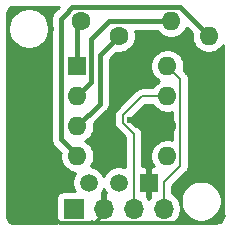
<source format=gbl>
G04 #@! TF.GenerationSoftware,KiCad,Pcbnew,(5.1.6-0-10_14)*
G04 #@! TF.CreationDate,2021-08-16T11:45:39+01:00*
G04 #@! TF.ProjectId,VR-Conditioner-MAX9926+reg,56522d43-6f6e-4646-9974-696f6e65722d,3.7*
G04 #@! TF.SameCoordinates,PX68c4118PY713e7a8*
G04 #@! TF.FileFunction,Copper,L2,Bot*
G04 #@! TF.FilePolarity,Positive*
%FSLAX46Y46*%
G04 Gerber Fmt 4.6, Leading zero omitted, Abs format (unit mm)*
G04 Created by KiCad (PCBNEW (5.1.6-0-10_14)) date 2021-08-16 11:45:39*
%MOMM*%
%LPD*%
G01*
G04 APERTURE LIST*
G04 #@! TA.AperFunction,ComponentPad*
%ADD10O,1.700000X1.700000*%
G04 #@! TD*
G04 #@! TA.AperFunction,ComponentPad*
%ADD11R,1.700000X1.700000*%
G04 #@! TD*
G04 #@! TA.AperFunction,ComponentPad*
%ADD12R,1.500000X1.500000*%
G04 #@! TD*
G04 #@! TA.AperFunction,ComponentPad*
%ADD13C,1.500000*%
G04 #@! TD*
G04 #@! TA.AperFunction,ComponentPad*
%ADD14O,1.600000X1.600000*%
G04 #@! TD*
G04 #@! TA.AperFunction,ComponentPad*
%ADD15C,1.600000*%
G04 #@! TD*
G04 #@! TA.AperFunction,ComponentPad*
%ADD16R,1.600000X1.600000*%
G04 #@! TD*
G04 #@! TA.AperFunction,ViaPad*
%ADD17C,0.600000*%
G04 #@! TD*
G04 #@! TA.AperFunction,Conductor*
%ADD18C,0.300000*%
G04 #@! TD*
G04 #@! TA.AperFunction,Conductor*
%ADD19C,0.400000*%
G04 #@! TD*
G04 #@! TA.AperFunction,Conductor*
%ADD20C,0.200000*%
G04 #@! TD*
G04 #@! TA.AperFunction,Conductor*
%ADD21C,0.254000*%
G04 #@! TD*
G04 APERTURE END LIST*
D10*
G04 #@! TO.P,J2,4*
G04 #@! TO.N,/COUT1*
X16510000Y4445000D03*
G04 #@! TO.P,J2,3*
G04 #@! TO.N,/COUT2*
X13970000Y4445000D03*
G04 #@! TO.P,J2,2*
G04 #@! TO.N,GND*
X11430000Y4445000D03*
D11*
G04 #@! TO.P,J2,1*
G04 #@! TO.N,+12V*
X8890000Y4445000D03*
G04 #@! TD*
D12*
G04 #@! TO.P,U2,1*
G04 #@! TO.N,GND*
X15240000Y6650000D03*
D13*
G04 #@! TO.P,U2,3*
G04 #@! TO.N,+12V*
X10160000Y6650000D03*
G04 #@! TO.P,U2,2*
G04 #@! TO.N,VCC*
X12700000Y6650000D03*
G04 #@! TD*
D14*
G04 #@! TO.P,R23,2*
G04 #@! TO.N,Net-(J1-Pad4)*
X20320000Y19050000D03*
D15*
G04 #@! TO.P,R23,1*
G04 #@! TO.N,Net-(J1-Pad3)*
X12700000Y19050000D03*
G04 #@! TD*
D14*
G04 #@! TO.P,R13,2*
G04 #@! TO.N,Net-(J1-Pad2)*
X17145000Y20320000D03*
D15*
G04 #@! TO.P,R13,1*
G04 #@! TO.N,Net-(J1-Pad1)*
X9525000Y20320000D03*
G04 #@! TD*
D14*
G04 #@! TO.P,J1,8*
G04 #@! TO.N,/COUT1*
X16827500Y16510000D03*
G04 #@! TO.P,J1,4*
G04 #@! TO.N,Net-(J1-Pad4)*
X9207500Y8890000D03*
G04 #@! TO.P,J1,7*
G04 #@! TO.N,/COUT2*
X16827500Y13970000D03*
G04 #@! TO.P,J1,3*
G04 #@! TO.N,Net-(J1-Pad3)*
X9207500Y11430000D03*
G04 #@! TO.P,J1,6*
G04 #@! TO.N,GND*
X16827500Y11430000D03*
G04 #@! TO.P,J1,2*
G04 #@! TO.N,Net-(J1-Pad2)*
X9207500Y13970000D03*
G04 #@! TO.P,J1,5*
G04 #@! TO.N,VCC*
X16827500Y8890000D03*
D16*
G04 #@! TO.P,J1,1*
G04 #@! TO.N,Net-(J1-Pad1)*
X9207500Y16510000D03*
G04 #@! TD*
D17*
G04 #@! TO.N,GND*
X13652500Y11972990D03*
X19685000Y6985000D03*
X6985000Y19685000D03*
X7089999Y3914999D03*
X18415000Y19050000D03*
X5169010Y11138010D03*
G04 #@! TD*
D18*
G04 #@! TO.N,GND*
X16827500Y11430000D02*
X14195490Y11430000D01*
X14195490Y11430000D02*
X13652500Y11972990D01*
X13652500Y12065000D02*
X13652500Y12065000D01*
X6985000Y19685000D02*
X6985000Y19685000D01*
X6985000Y4019998D02*
X6985000Y19685000D01*
X7089999Y3914999D02*
X6985000Y4019998D01*
X10725001Y3244999D02*
X11430000Y3949998D01*
X11430000Y3949998D02*
X11430000Y4445000D01*
X7089999Y3914999D02*
X7759999Y3244999D01*
X10229999Y3244999D02*
X21024999Y3244999D01*
X7759999Y3244999D02*
X10229999Y3244999D01*
X10229999Y3244999D02*
X10725001Y3244999D01*
X21024999Y3244999D02*
X21590000Y3810000D01*
D19*
G04 #@! TO.N,Net-(J1-Pad4)*
X17889999Y21480001D02*
X20320000Y19050000D01*
X8780001Y21480001D02*
X17889999Y21480001D01*
X8128000Y20828000D02*
X8780001Y21480001D01*
X7793499Y10304001D02*
X8477250Y9620250D01*
X7793499Y11031999D02*
X7793499Y10304001D01*
X8477250Y9620250D02*
X8047499Y10050001D01*
X9207500Y8890000D02*
X8477250Y9620250D01*
X7793499Y11031999D02*
X7793499Y20429999D01*
X7793499Y11031999D02*
X7793499Y19067001D01*
X7793499Y20493499D02*
X8128000Y20828000D01*
G04 #@! TO.N,Net-(J1-Pad3)*
X9207500Y11430000D02*
X11112500Y13335000D01*
X11112500Y13335000D02*
X11112500Y17145000D01*
X11112500Y17462500D02*
X11112500Y17145000D01*
X12700000Y19050000D02*
X11112500Y17462500D01*
G04 #@! TO.N,Net-(J1-Pad2)*
X10367501Y18813001D02*
X10367501Y15130001D01*
X10367501Y15130001D02*
X9207500Y13970000D01*
X11874500Y20320000D02*
X10367501Y18813001D01*
X17145000Y20320000D02*
X11874500Y20320000D01*
G04 #@! TO.N,Net-(J1-Pad1)*
X9207500Y20002500D02*
X9525000Y20320000D01*
X9207500Y18478500D02*
X9207500Y20002500D01*
X9207500Y16510000D02*
X9207500Y18478500D01*
X9207500Y18478500D02*
X9207500Y19685000D01*
D20*
G04 #@! TO.N,/COUT1*
X17927501Y15409999D02*
X16827500Y16510000D01*
X17927501Y8085001D02*
X17927501Y15409999D01*
X17716500Y7874000D02*
X17927501Y8085001D01*
X16573500Y6731000D02*
X17716500Y7874000D01*
X16827500Y6985000D02*
X17716500Y7874000D01*
X16510000Y6667500D02*
X16573500Y6731000D01*
X16510000Y4445000D02*
X16510000Y6667500D01*
G04 #@! TO.N,/COUT2*
X14669498Y13970000D02*
X16827500Y13970000D01*
X13052499Y12353001D02*
X14669498Y13970000D01*
X13052499Y11684989D02*
X13052499Y12353001D01*
X13970000Y4445000D02*
X13970000Y10767488D01*
X13970000Y10767488D02*
X13162494Y11574994D01*
X13162494Y11574994D02*
X13052499Y11684989D01*
G04 #@! TD*
D21*
G04 #@! TO.N,GND*
G36*
X7566576Y21447443D02*
G01*
X7566571Y21447439D01*
X7174061Y21054928D01*
X7095863Y20959644D01*
X7018327Y20814585D01*
X6970581Y20657187D01*
X6954459Y20493499D01*
X6958500Y20452470D01*
X6958499Y11073018D01*
X6958499Y10345019D01*
X6954459Y10304001D01*
X6958499Y10262983D01*
X6958499Y10262982D01*
X6968477Y10161680D01*
X6970581Y10140313D01*
X7018327Y9982915D01*
X7095863Y9837856D01*
X7095864Y9837855D01*
X7200209Y9710710D01*
X7232072Y9684560D01*
X7791214Y9125417D01*
X7772500Y9031335D01*
X7772500Y8748665D01*
X7827647Y8471426D01*
X7935820Y8210273D01*
X8092863Y7975241D01*
X8292741Y7775363D01*
X8527773Y7618320D01*
X8788926Y7510147D01*
X9036149Y7460971D01*
X8932629Y7306043D01*
X8828225Y7053989D01*
X8775000Y6786411D01*
X8775000Y6513589D01*
X8828225Y6246011D01*
X8932629Y5993957D01*
X8973311Y5933072D01*
X8040000Y5933072D01*
X7915518Y5920812D01*
X7795820Y5884502D01*
X7685506Y5825537D01*
X7588815Y5746185D01*
X7509463Y5649494D01*
X7450498Y5539180D01*
X7414188Y5419482D01*
X7401928Y5295000D01*
X7401928Y3595000D01*
X7414188Y3470518D01*
X7450498Y3350820D01*
X7504388Y3250000D01*
X3844720Y3250000D01*
X3701891Y3264005D01*
X3597901Y3295401D01*
X3501987Y3346399D01*
X3417801Y3415059D01*
X3348561Y3498757D01*
X3296895Y3594311D01*
X3264773Y3698078D01*
X3250000Y3838641D01*
X3250000Y19855883D01*
X3345000Y19855883D01*
X3345000Y19514117D01*
X3411675Y19178919D01*
X3542463Y18863169D01*
X3732337Y18579002D01*
X3974002Y18337337D01*
X4258169Y18147463D01*
X4573919Y18016675D01*
X4909117Y17950000D01*
X5250883Y17950000D01*
X5586081Y18016675D01*
X5901831Y18147463D01*
X6185998Y18337337D01*
X6427663Y18579002D01*
X6617537Y18863169D01*
X6748325Y19178919D01*
X6815000Y19514117D01*
X6815000Y19855883D01*
X6748325Y20191081D01*
X6617537Y20506831D01*
X6427663Y20790998D01*
X6185998Y21032663D01*
X5901831Y21222537D01*
X5586081Y21353325D01*
X5250883Y21420000D01*
X4909117Y21420000D01*
X4573919Y21353325D01*
X4258169Y21222537D01*
X3974002Y21032663D01*
X3732337Y20790998D01*
X3542463Y20506831D01*
X3411675Y20191081D01*
X3345000Y19855883D01*
X3250000Y19855883D01*
X3250000Y20920280D01*
X3264005Y21063109D01*
X3295402Y21167101D01*
X3346399Y21263014D01*
X3415055Y21347194D01*
X3498758Y21416440D01*
X3594311Y21468105D01*
X3698078Y21500227D01*
X3838641Y21515000D01*
X7634133Y21515000D01*
X7566576Y21447443D01*
G37*
X7566576Y21447443D02*
X7566571Y21447439D01*
X7174061Y21054928D01*
X7095863Y20959644D01*
X7018327Y20814585D01*
X6970581Y20657187D01*
X6954459Y20493499D01*
X6958500Y20452470D01*
X6958499Y11073018D01*
X6958499Y10345019D01*
X6954459Y10304001D01*
X6958499Y10262983D01*
X6958499Y10262982D01*
X6968477Y10161680D01*
X6970581Y10140313D01*
X7018327Y9982915D01*
X7095863Y9837856D01*
X7095864Y9837855D01*
X7200209Y9710710D01*
X7232072Y9684560D01*
X7791214Y9125417D01*
X7772500Y9031335D01*
X7772500Y8748665D01*
X7827647Y8471426D01*
X7935820Y8210273D01*
X8092863Y7975241D01*
X8292741Y7775363D01*
X8527773Y7618320D01*
X8788926Y7510147D01*
X9036149Y7460971D01*
X8932629Y7306043D01*
X8828225Y7053989D01*
X8775000Y6786411D01*
X8775000Y6513589D01*
X8828225Y6246011D01*
X8932629Y5993957D01*
X8973311Y5933072D01*
X8040000Y5933072D01*
X7915518Y5920812D01*
X7795820Y5884502D01*
X7685506Y5825537D01*
X7588815Y5746185D01*
X7509463Y5649494D01*
X7450498Y5539180D01*
X7414188Y5419482D01*
X7401928Y5295000D01*
X7401928Y3595000D01*
X7414188Y3470518D01*
X7450498Y3350820D01*
X7504388Y3250000D01*
X3844720Y3250000D01*
X3701891Y3264005D01*
X3597901Y3295401D01*
X3501987Y3346399D01*
X3417801Y3415059D01*
X3348561Y3498757D01*
X3296895Y3594311D01*
X3264773Y3698078D01*
X3250000Y3838641D01*
X3250000Y19855883D01*
X3345000Y19855883D01*
X3345000Y19514117D01*
X3411675Y19178919D01*
X3542463Y18863169D01*
X3732337Y18579002D01*
X3974002Y18337337D01*
X4258169Y18147463D01*
X4573919Y18016675D01*
X4909117Y17950000D01*
X5250883Y17950000D01*
X5586081Y18016675D01*
X5901831Y18147463D01*
X6185998Y18337337D01*
X6427663Y18579002D01*
X6617537Y18863169D01*
X6748325Y19178919D01*
X6815000Y19514117D01*
X6815000Y19855883D01*
X6748325Y20191081D01*
X6617537Y20506831D01*
X6427663Y20790998D01*
X6185998Y21032663D01*
X5901831Y21222537D01*
X5586081Y21353325D01*
X5250883Y21420000D01*
X4909117Y21420000D01*
X4573919Y21353325D01*
X4258169Y21222537D01*
X3974002Y21032663D01*
X3732337Y20790998D01*
X3542463Y20506831D01*
X3411675Y20191081D01*
X3345000Y19855883D01*
X3250000Y19855883D01*
X3250000Y20920280D01*
X3264005Y21063109D01*
X3295402Y21167101D01*
X3346399Y21263014D01*
X3415055Y21347194D01*
X3498758Y21416440D01*
X3594311Y21468105D01*
X3698078Y21500227D01*
X3838641Y21515000D01*
X7634133Y21515000D01*
X7566576Y21447443D01*
G36*
X10429731Y3347412D02*
G01*
X10560329Y3250000D01*
X10275612Y3250000D01*
X10329502Y3350820D01*
X10353966Y3431466D01*
X10429731Y3347412D01*
G37*
X10429731Y3347412D02*
X10560329Y3250000D01*
X10275612Y3250000D01*
X10329502Y3350820D01*
X10353966Y3431466D01*
X10429731Y3347412D01*
G36*
X18903714Y19285418D02*
G01*
X18885000Y19191335D01*
X18885000Y18908665D01*
X18940147Y18631426D01*
X19048320Y18370273D01*
X19205363Y18135241D01*
X19405241Y17935363D01*
X19640273Y17778320D01*
X19901426Y17670147D01*
X20178665Y17615000D01*
X20461335Y17615000D01*
X20738574Y17670147D01*
X20999727Y17778320D01*
X21234759Y17935363D01*
X21434637Y18135241D01*
X21515000Y18255513D01*
X21515001Y3844730D01*
X21500995Y3701891D01*
X21469599Y3597901D01*
X21418601Y3501987D01*
X21349941Y3417801D01*
X21266243Y3348561D01*
X21170689Y3296895D01*
X21066922Y3264773D01*
X20926359Y3250000D01*
X17394485Y3250000D01*
X17456632Y3291525D01*
X17663475Y3498368D01*
X17825990Y3741589D01*
X17937932Y4011842D01*
X17995000Y4298740D01*
X17995000Y4591260D01*
X17937932Y4878158D01*
X17825990Y5148411D01*
X17757521Y5250883D01*
X17950000Y5250883D01*
X17950000Y4909117D01*
X18016675Y4573919D01*
X18147463Y4258169D01*
X18337337Y3974002D01*
X18579002Y3732337D01*
X18863169Y3542463D01*
X19178919Y3411675D01*
X19514117Y3345000D01*
X19855883Y3345000D01*
X20191081Y3411675D01*
X20506831Y3542463D01*
X20790998Y3732337D01*
X21032663Y3974002D01*
X21222537Y4258169D01*
X21353325Y4573919D01*
X21420000Y4909117D01*
X21420000Y5250883D01*
X21353325Y5586081D01*
X21222537Y5901831D01*
X21032663Y6185998D01*
X20790998Y6427663D01*
X20506831Y6617537D01*
X20191081Y6748325D01*
X19855883Y6815000D01*
X19514117Y6815000D01*
X19178919Y6748325D01*
X18863169Y6617537D01*
X18579002Y6427663D01*
X18337337Y6185998D01*
X18147463Y5901831D01*
X18016675Y5586081D01*
X17950000Y5250883D01*
X17757521Y5250883D01*
X17663475Y5391632D01*
X17456632Y5598475D01*
X17245000Y5739883D01*
X17245000Y6363054D01*
X18261753Y7379806D01*
X18261758Y7379812D01*
X18421693Y7539747D01*
X18449738Y7562763D01*
X18541588Y7674681D01*
X18609838Y7802368D01*
X18651866Y7940916D01*
X18662501Y8048896D01*
X18662501Y8048905D01*
X18666056Y8085000D01*
X18662501Y8121095D01*
X18662501Y15373905D01*
X18666056Y15410000D01*
X18662501Y15446095D01*
X18662501Y15446104D01*
X18651866Y15554084D01*
X18609838Y15692632D01*
X18541588Y15820319D01*
X18449739Y15932237D01*
X18421694Y15955253D01*
X18220322Y16156625D01*
X18262500Y16368665D01*
X18262500Y16651335D01*
X18207353Y16928574D01*
X18099180Y17189727D01*
X17942137Y17424759D01*
X17742259Y17624637D01*
X17507227Y17781680D01*
X17246074Y17889853D01*
X16968835Y17945000D01*
X16686165Y17945000D01*
X16408926Y17889853D01*
X16147773Y17781680D01*
X15912741Y17624637D01*
X15712863Y17424759D01*
X15555820Y17189727D01*
X15447647Y16928574D01*
X15392500Y16651335D01*
X15392500Y16368665D01*
X15447647Y16091426D01*
X15555820Y15830273D01*
X15712863Y15595241D01*
X15912741Y15395363D01*
X16145259Y15240000D01*
X15912741Y15084637D01*
X15712863Y14884759D01*
X15592752Y14705000D01*
X14705603Y14705000D01*
X14669498Y14708556D01*
X14633393Y14705000D01*
X14525413Y14694365D01*
X14386865Y14652337D01*
X14259178Y14584087D01*
X14147260Y14492238D01*
X14124244Y14464193D01*
X12558307Y12898255D01*
X12530262Y12875239D01*
X12438413Y12763321D01*
X12371088Y12637364D01*
X12370163Y12635634D01*
X12328134Y12497086D01*
X12313943Y12353001D01*
X12317499Y12316896D01*
X12317499Y11721094D01*
X12313943Y11684989D01*
X12325137Y11571335D01*
X12328134Y11540905D01*
X12370162Y11402357D01*
X12438412Y11274670D01*
X12530261Y11162752D01*
X12558307Y11139735D01*
X12617241Y11080801D01*
X13235001Y10463040D01*
X13235001Y7927508D01*
X13103989Y7981775D01*
X12836411Y8035000D01*
X12563589Y8035000D01*
X12296011Y7981775D01*
X12043957Y7877371D01*
X11817114Y7725799D01*
X11624201Y7532886D01*
X11472629Y7306043D01*
X11430000Y7203127D01*
X11387371Y7306043D01*
X11235799Y7532886D01*
X11042886Y7725799D01*
X10816043Y7877371D01*
X10563989Y7981775D01*
X10354364Y8023472D01*
X10479180Y8210273D01*
X10587353Y8471426D01*
X10642500Y8748665D01*
X10642500Y9031335D01*
X10587353Y9308574D01*
X10479180Y9569727D01*
X10322137Y9804759D01*
X10122259Y10004637D01*
X9889741Y10160000D01*
X10122259Y10315363D01*
X10322137Y10515241D01*
X10479180Y10750273D01*
X10587353Y11011426D01*
X10642500Y11288665D01*
X10642500Y11571335D01*
X10623786Y11665418D01*
X11673933Y12715564D01*
X11705791Y12741709D01*
X11810136Y12868854D01*
X11887672Y13013913D01*
X11935418Y13171311D01*
X11947500Y13293981D01*
X11947500Y13293982D01*
X11951540Y13335000D01*
X11947500Y13376018D01*
X11947500Y17116633D01*
X12464582Y17633715D01*
X12558665Y17615000D01*
X12841335Y17615000D01*
X13118574Y17670147D01*
X13379727Y17778320D01*
X13614759Y17935363D01*
X13814637Y18135241D01*
X13971680Y18370273D01*
X14079853Y18631426D01*
X14135000Y18908665D01*
X14135000Y19191335D01*
X14079853Y19468574D01*
X14073049Y19485000D01*
X15977070Y19485000D01*
X16030363Y19405241D01*
X16230241Y19205363D01*
X16465273Y19048320D01*
X16726426Y18940147D01*
X17003665Y18885000D01*
X17286335Y18885000D01*
X17563574Y18940147D01*
X17824727Y19048320D01*
X18059759Y19205363D01*
X18259637Y19405241D01*
X18416680Y19640273D01*
X18455394Y19733738D01*
X18903714Y19285418D01*
G37*
X18903714Y19285418D02*
X18885000Y19191335D01*
X18885000Y18908665D01*
X18940147Y18631426D01*
X19048320Y18370273D01*
X19205363Y18135241D01*
X19405241Y17935363D01*
X19640273Y17778320D01*
X19901426Y17670147D01*
X20178665Y17615000D01*
X20461335Y17615000D01*
X20738574Y17670147D01*
X20999727Y17778320D01*
X21234759Y17935363D01*
X21434637Y18135241D01*
X21515000Y18255513D01*
X21515001Y3844730D01*
X21500995Y3701891D01*
X21469599Y3597901D01*
X21418601Y3501987D01*
X21349941Y3417801D01*
X21266243Y3348561D01*
X21170689Y3296895D01*
X21066922Y3264773D01*
X20926359Y3250000D01*
X17394485Y3250000D01*
X17456632Y3291525D01*
X17663475Y3498368D01*
X17825990Y3741589D01*
X17937932Y4011842D01*
X17995000Y4298740D01*
X17995000Y4591260D01*
X17937932Y4878158D01*
X17825990Y5148411D01*
X17757521Y5250883D01*
X17950000Y5250883D01*
X17950000Y4909117D01*
X18016675Y4573919D01*
X18147463Y4258169D01*
X18337337Y3974002D01*
X18579002Y3732337D01*
X18863169Y3542463D01*
X19178919Y3411675D01*
X19514117Y3345000D01*
X19855883Y3345000D01*
X20191081Y3411675D01*
X20506831Y3542463D01*
X20790998Y3732337D01*
X21032663Y3974002D01*
X21222537Y4258169D01*
X21353325Y4573919D01*
X21420000Y4909117D01*
X21420000Y5250883D01*
X21353325Y5586081D01*
X21222537Y5901831D01*
X21032663Y6185998D01*
X20790998Y6427663D01*
X20506831Y6617537D01*
X20191081Y6748325D01*
X19855883Y6815000D01*
X19514117Y6815000D01*
X19178919Y6748325D01*
X18863169Y6617537D01*
X18579002Y6427663D01*
X18337337Y6185998D01*
X18147463Y5901831D01*
X18016675Y5586081D01*
X17950000Y5250883D01*
X17757521Y5250883D01*
X17663475Y5391632D01*
X17456632Y5598475D01*
X17245000Y5739883D01*
X17245000Y6363054D01*
X18261753Y7379806D01*
X18261758Y7379812D01*
X18421693Y7539747D01*
X18449738Y7562763D01*
X18541588Y7674681D01*
X18609838Y7802368D01*
X18651866Y7940916D01*
X18662501Y8048896D01*
X18662501Y8048905D01*
X18666056Y8085000D01*
X18662501Y8121095D01*
X18662501Y15373905D01*
X18666056Y15410000D01*
X18662501Y15446095D01*
X18662501Y15446104D01*
X18651866Y15554084D01*
X18609838Y15692632D01*
X18541588Y15820319D01*
X18449739Y15932237D01*
X18421694Y15955253D01*
X18220322Y16156625D01*
X18262500Y16368665D01*
X18262500Y16651335D01*
X18207353Y16928574D01*
X18099180Y17189727D01*
X17942137Y17424759D01*
X17742259Y17624637D01*
X17507227Y17781680D01*
X17246074Y17889853D01*
X16968835Y17945000D01*
X16686165Y17945000D01*
X16408926Y17889853D01*
X16147773Y17781680D01*
X15912741Y17624637D01*
X15712863Y17424759D01*
X15555820Y17189727D01*
X15447647Y16928574D01*
X15392500Y16651335D01*
X15392500Y16368665D01*
X15447647Y16091426D01*
X15555820Y15830273D01*
X15712863Y15595241D01*
X15912741Y15395363D01*
X16145259Y15240000D01*
X15912741Y15084637D01*
X15712863Y14884759D01*
X15592752Y14705000D01*
X14705603Y14705000D01*
X14669498Y14708556D01*
X14633393Y14705000D01*
X14525413Y14694365D01*
X14386865Y14652337D01*
X14259178Y14584087D01*
X14147260Y14492238D01*
X14124244Y14464193D01*
X12558307Y12898255D01*
X12530262Y12875239D01*
X12438413Y12763321D01*
X12371088Y12637364D01*
X12370163Y12635634D01*
X12328134Y12497086D01*
X12313943Y12353001D01*
X12317499Y12316896D01*
X12317499Y11721094D01*
X12313943Y11684989D01*
X12325137Y11571335D01*
X12328134Y11540905D01*
X12370162Y11402357D01*
X12438412Y11274670D01*
X12530261Y11162752D01*
X12558307Y11139735D01*
X12617241Y11080801D01*
X13235001Y10463040D01*
X13235001Y7927508D01*
X13103989Y7981775D01*
X12836411Y8035000D01*
X12563589Y8035000D01*
X12296011Y7981775D01*
X12043957Y7877371D01*
X11817114Y7725799D01*
X11624201Y7532886D01*
X11472629Y7306043D01*
X11430000Y7203127D01*
X11387371Y7306043D01*
X11235799Y7532886D01*
X11042886Y7725799D01*
X10816043Y7877371D01*
X10563989Y7981775D01*
X10354364Y8023472D01*
X10479180Y8210273D01*
X10587353Y8471426D01*
X10642500Y8748665D01*
X10642500Y9031335D01*
X10587353Y9308574D01*
X10479180Y9569727D01*
X10322137Y9804759D01*
X10122259Y10004637D01*
X9889741Y10160000D01*
X10122259Y10315363D01*
X10322137Y10515241D01*
X10479180Y10750273D01*
X10587353Y11011426D01*
X10642500Y11288665D01*
X10642500Y11571335D01*
X10623786Y11665418D01*
X11673933Y12715564D01*
X11705791Y12741709D01*
X11810136Y12868854D01*
X11887672Y13013913D01*
X11935418Y13171311D01*
X11947500Y13293981D01*
X11947500Y13293982D01*
X11951540Y13335000D01*
X11947500Y13376018D01*
X11947500Y17116633D01*
X12464582Y17633715D01*
X12558665Y17615000D01*
X12841335Y17615000D01*
X13118574Y17670147D01*
X13379727Y17778320D01*
X13614759Y17935363D01*
X13814637Y18135241D01*
X13971680Y18370273D01*
X14079853Y18631426D01*
X14135000Y18908665D01*
X14135000Y19191335D01*
X14079853Y19468574D01*
X14073049Y19485000D01*
X15977070Y19485000D01*
X16030363Y19405241D01*
X16230241Y19205363D01*
X16465273Y19048320D01*
X16726426Y18940147D01*
X17003665Y18885000D01*
X17286335Y18885000D01*
X17563574Y18940147D01*
X17824727Y19048320D01*
X18059759Y19205363D01*
X18259637Y19405241D01*
X18416680Y19640273D01*
X18455394Y19733738D01*
X18903714Y19285418D01*
G36*
X11472629Y5993957D02*
G01*
X11607650Y5791885D01*
X11557000Y5765155D01*
X11557000Y4572000D01*
X11577000Y4572000D01*
X11577000Y4318000D01*
X11557000Y4318000D01*
X11557000Y4298000D01*
X11303000Y4298000D01*
X11303000Y4318000D01*
X11283000Y4318000D01*
X11283000Y4572000D01*
X11303000Y4572000D01*
X11303000Y5765155D01*
X11252350Y5791885D01*
X11387371Y5993957D01*
X11430000Y6096873D01*
X11472629Y5993957D01*
G37*
X11472629Y5993957D02*
X11607650Y5791885D01*
X11557000Y5765155D01*
X11557000Y4572000D01*
X11577000Y4572000D01*
X11577000Y4318000D01*
X11557000Y4318000D01*
X11557000Y4298000D01*
X11303000Y4298000D01*
X11303000Y4318000D01*
X11283000Y4318000D01*
X11283000Y4572000D01*
X11303000Y4572000D01*
X11303000Y5765155D01*
X11252350Y5791885D01*
X11387371Y5993957D01*
X11430000Y6096873D01*
X11472629Y5993957D01*
G36*
X15712863Y13055241D02*
G01*
X15912741Y12855363D01*
X16147773Y12698320D01*
X16408926Y12590147D01*
X16686165Y12535000D01*
X16968835Y12535000D01*
X17192502Y12579491D01*
X17192501Y10280509D01*
X16968835Y10325000D01*
X16686165Y10325000D01*
X16408926Y10269853D01*
X16147773Y10161680D01*
X15912741Y10004637D01*
X15712863Y9804759D01*
X15555820Y9569727D01*
X15447647Y9308574D01*
X15392500Y9031335D01*
X15392500Y8748665D01*
X15447647Y8471426D01*
X15555820Y8210273D01*
X15672286Y8035970D01*
X15525750Y8035000D01*
X15367000Y7876250D01*
X15367000Y6777000D01*
X15387000Y6777000D01*
X15387000Y6523000D01*
X15367000Y6523000D01*
X15367000Y5423750D01*
X15377822Y5412928D01*
X15356525Y5391632D01*
X15240000Y5217240D01*
X15123475Y5391632D01*
X15102179Y5412928D01*
X15113000Y5423750D01*
X15113000Y6523000D01*
X15093000Y6523000D01*
X15093000Y6777000D01*
X15113000Y6777000D01*
X15113000Y7876250D01*
X14954250Y8035000D01*
X14705000Y8036649D01*
X14705000Y10731383D01*
X14708556Y10767488D01*
X14694365Y10911573D01*
X14683790Y10946433D01*
X14652337Y11050121D01*
X14584087Y11177808D01*
X14492238Y11289726D01*
X14464193Y11312742D01*
X13787499Y11989435D01*
X13787499Y12048555D01*
X14973945Y13235000D01*
X15592752Y13235000D01*
X15712863Y13055241D01*
G37*
X15712863Y13055241D02*
X15912741Y12855363D01*
X16147773Y12698320D01*
X16408926Y12590147D01*
X16686165Y12535000D01*
X16968835Y12535000D01*
X17192502Y12579491D01*
X17192501Y10280509D01*
X16968835Y10325000D01*
X16686165Y10325000D01*
X16408926Y10269853D01*
X16147773Y10161680D01*
X15912741Y10004637D01*
X15712863Y9804759D01*
X15555820Y9569727D01*
X15447647Y9308574D01*
X15392500Y9031335D01*
X15392500Y8748665D01*
X15447647Y8471426D01*
X15555820Y8210273D01*
X15672286Y8035970D01*
X15525750Y8035000D01*
X15367000Y7876250D01*
X15367000Y6777000D01*
X15387000Y6777000D01*
X15387000Y6523000D01*
X15367000Y6523000D01*
X15367000Y5423750D01*
X15377822Y5412928D01*
X15356525Y5391632D01*
X15240000Y5217240D01*
X15123475Y5391632D01*
X15102179Y5412928D01*
X15113000Y5423750D01*
X15113000Y6523000D01*
X15093000Y6523000D01*
X15093000Y6777000D01*
X15113000Y6777000D01*
X15113000Y7876250D01*
X14954250Y8035000D01*
X14705000Y8036649D01*
X14705000Y10731383D01*
X14708556Y10767488D01*
X14694365Y10911573D01*
X14683790Y10946433D01*
X14652337Y11050121D01*
X14584087Y11177808D01*
X14492238Y11289726D01*
X14464193Y11312742D01*
X13787499Y11989435D01*
X13787499Y12048555D01*
X14973945Y13235000D01*
X15592752Y13235000D01*
X15712863Y13055241D01*
G04 #@! TD*
M02*

</source>
